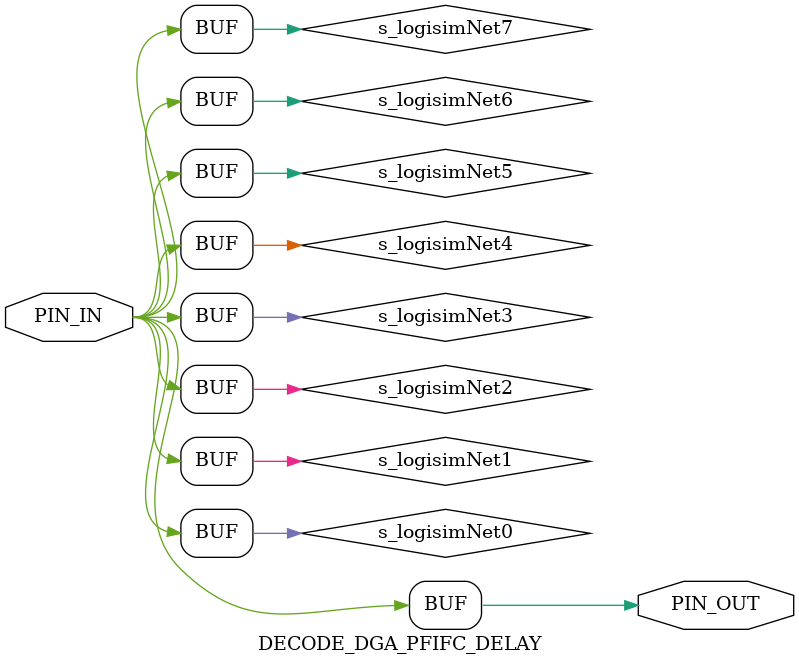
<source format=v>
/**************************************************************************
** ND120 DGA                                                             **
** DECODE/DGA/PFIFC/DELAY                                                **
**                                                                       **
** Page 13 DECODE - DECODE_DGA_PFIFC_DELAY Sheet 1 of 1                  **
**                                                                       **
** 7x F111. Switching speed avg 0.2 ns (min 0.1 -> max 0.3 ns) pr buffer **
** calculated delay = 7*0.2ns = 1.4 ns                                   **
**                                                                       **
** Last reviewed: 12-MAY-2024                                            **
** Ronny Hansen                                                          **               
***************************************************************************/


module DECODE_DGA_PFIFC_DELAY(
   input PIN_IN,
   output PIN_OUT 
);

   wire s_logisimNet0;
   wire s_logisimNet1;
   wire s_logisimNet2;
   wire s_logisimNet3;
   wire s_logisimNet4;
   wire s_logisimNet5;
   wire s_logisimNet6;
   wire s_logisimNet7;

   assign s_logisimNet6 = PIN_IN;

   assign s_logisimNet7 = s_logisimNet6;
   assign s_logisimNet4 = s_logisimNet7;
   assign s_logisimNet5 = s_logisimNet4;
   assign s_logisimNet2 = s_logisimNet5;
   assign s_logisimNet3 = s_logisimNet2;
   assign s_logisimNet0 = s_logisimNet3;
   assign s_logisimNet1 = s_logisimNet0;

   assign PIN_OUT = s_logisimNet1;

endmodule

</source>
